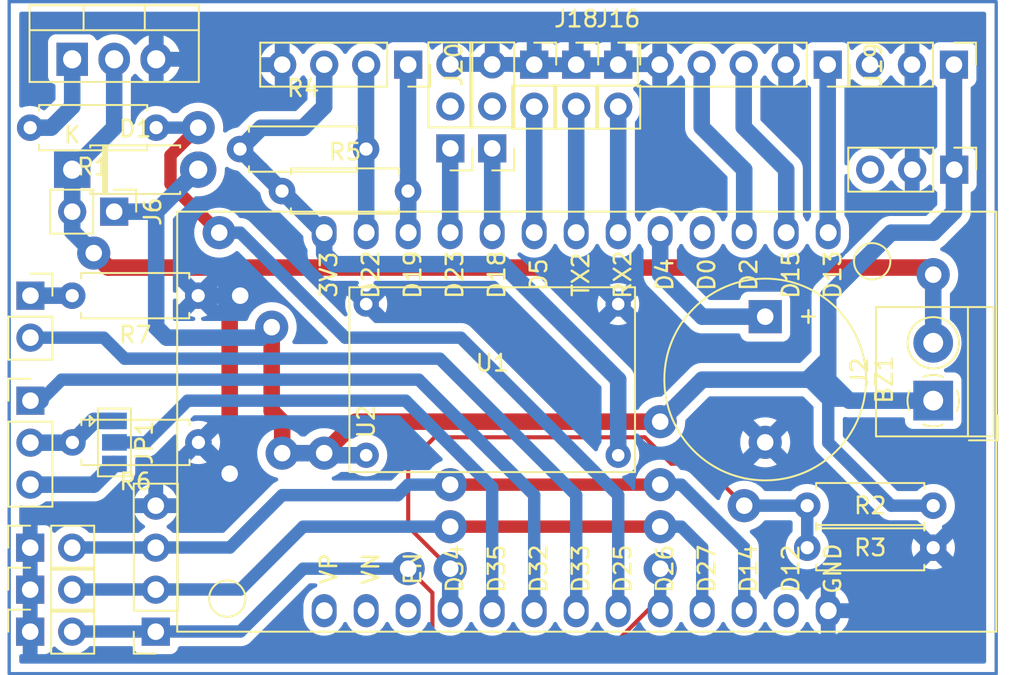
<source format=kicad_pcb>
(kicad_pcb (version 20211014) (generator pcbnew)
  (title_block (title "G4 Controller Board") (rev "1.0"))
  (layers (0 "F.Cu" signal) (31 "B.Cu" signal) (34 "B.Paste" user) (35 "F.Paste" user) (36 "B.SilkS" user "B.Silkscreen") (37 "F.SilkS" user "F.Silkscreen") (38 "B.Mask" user) (39 "F.Mask" user) (44 "Edge.Cuts" user))
  (net 0 "")
  (net 1 "/Buzzer")
  (net 2 "GND")
  (net 3 "Net-(D1-Pad1)")
  (net 4 "/Preset A")
  (net 5 "/Preset B")
  (net 6 "/Preset C")
  (net 7 "/RevTrg")
  (net 8 "/FireTrg")
  (net 9 "/MagTrg")
  (net 10 "/Encoder Switch")
  (net 11 "/Encoder B")
  (net 12 "/Encoder A")
  (net 13 "/SDA{slash}SDI (Data)")
  (net 14 "/SCL{slash}SCK (Clock)")
  (net 15 "+3V3")
  (net 16 "/ESC Right")
  (net 17 "/ESC Left")
  (net 18 "/IR Emitter")
  (net 19 "Net-(Q1-Pad1)")
  (net 20 "/PUSHER PIN")
  (net 21 "+12V")
  (net 25 "/IR Reciever")
  (net 28 "/IR Rec. Supply")
  (net 30 "/Battery Reader")
  (net 33 "Net-(J25-Pad2)")
  (net 34 "Net-(J25-Pad3)")
  (net 35 "Net-(J26-Pad1)")
  (footprint "Jumper:SolderJumper-3_P1.3mm_Open_Pad1.0x1.5mm" (layer "F.Cu") (at 109.235 88.885 -90)
    (fp_text reference "JP1" (at 0 -1.8 90) (layer "F.SilkS"))
    (fp_text value "Jumper_3_Bridged12")
    (fp_line (start -1.3 1.2) (end -1.6 1.5) (layer "F.SilkS") (width 0.12))
    (fp_line (start -1.3 1.2) (end -1 1.5) (layer "F.SilkS") (width 0.12))
    (fp_line (start -2.05 1) (end -2.05 -1) (layer "F.SilkS") (width 0.12))
    (fp_line (start -1.6 1.5) (end -1 1.5) (layer "F.SilkS") (width 0.12))
    (fp_line (start -2.05 -1) (end 2.05 -1) (layer "F.SilkS") (width 0.12))
    (fp_line (start 2.05 -1) (end 2.05 1) (layer "F.SilkS") (width 0.12))
    (fp_line (start 2.05 1) (end -2.05 1) (layer "F.SilkS") (width 0.12))
    (pad "1" smd rect (at -1.3 0 270) (size 1 1.5) (layers "B.Cu" "F.Mask") (net 33 "Net-(J25-Pad2)"))
    (pad "2" smd rect (at 0 0 270) (size 1 1.5) (layers "B.Cu" "F.Mask") (net 25 "/IR Reciever"))
    (pad "3" smd rect (at 1.3 0 270) (size 1 1.5) (layers "B.Cu" "F.Mask") (net 34 "Net-(J25-Pad3)"))
  )
  (footprint "Connector_PinHeader_2.54mm:PinHeader_1x03_P2.54mm_Vertical" (layer "F.Cu") (at 129.55 71.105 180)
    (fp_text reference "J21" hide)
    (fp_text value "ESC Right" hide)
    (fp_line (start -1.33 -1.33) (end 0 -1.33) (layer "F.SilkS") (width 0.12))
    (fp_line (start -1.33 0) (end -1.33 -1.33) (layer "F.SilkS") (width 0.12))
    (fp_line (start -1.33 1.27) (end 1.33 1.27) (layer "F.SilkS") (width 0.12))
    (fp_line (start -1.33 1.27) (end -1.33 6.41) (layer "F.SilkS") (width 0.12))
    (fp_line (start 1.33 1.27) (end 1.33 6.41) (layer "F.SilkS") (width 0.12))
    (fp_line (start -1.33 6.41) (end 1.33 6.41) (layer "F.SilkS") (width 0.12))
    (pad "1" thru_hole rect (at 0 0 180) (size 1.7 1.7) (drill 1) (layers *.Cu *.Mask) (net 16 "/ESC Right"))
    (pad "2" thru_hole oval (at 0 2.54 180) (size 1.7 1.7) (drill 1) (layers *.Cu *.Mask))
    (pad "3" thru_hole oval (at 0 5.08 180) (size 1.7 1.7) (drill 1) (layers *.Cu *.Mask) (net 2 "GND"))
  )
  (footprint "Connector_PinSocket_2.54mm:PinSocket_1x05_P2.54mm_Vertical" (layer "F.Cu") (at 152.37 66.04 -90)
    (fp_text reference "J19" (at 0 -2.77 90) (layer "F.SilkS"))
    (fp_text value "Rotary Encoder")
    (fp_line (start 1.33 1.27) (end 1.33 11.49) (layer "F.SilkS") (width 0.12))
    (fp_line (start -1.33 1.27) (end 1.33 1.27) (layer "F.SilkS") (width 0.12))
    (fp_line (start 1.33 -1.33) (end 1.33 0) (layer "F.SilkS") (width 0.12))
    (fp_line (start -1.33 1.27) (end -1.33 11.49) (layer "F.SilkS") (width 0.12))
    (fp_line (start -1.33 11.49) (end 1.33 11.49) (layer "F.SilkS") (width 0.12))
    (fp_line (start 0 -1.33) (end 1.33 -1.33) (layer "F.SilkS") (width 0.12))
    (pad "1" thru_hole rect (at 0 0 270) (size 1.7 1.7) (drill 1) (layers *.Cu *.Mask) (net 10 "/Encoder Switch"))
    (pad "2" thru_hole oval (at 0 2.54 270) (size 1.7 1.7) (drill 1) (layers *.Cu *.Mask) (net 2 "GND"))
    (pad "3" thru_hole oval (at 0 5.08 270) (size 1.7 1.7) (drill 1) (layers *.Cu *.Mask) (net 11 "/Encoder B"))
    (pad "4" thru_hole oval (at 0 7.62 270) (size 1.7 1.7) (drill 1) (layers *.Cu *.Mask) (net 12 "/Encoder A"))
    (pad "5" thru_hole oval (at 0 10.16 270) (size 1.7 1.7) (drill 1) (layers *.Cu *.Mask) (net 2 "GND"))
  )
  (footprint "Connector_PinSocket_2.54mm:PinSocket_1x02_P2.54mm_Vertical" (layer "F.Cu") (at 137.16 66.04)
    (fp_text reference "J18" (at 0 -2.77) (layer "F.SilkS"))
    (fp_text value "Magazine Removal Trigger")
    (fp_line (start -1.33 1.27) (end -1.33 3.87) (layer "F.SilkS") (width 0.12))
    (fp_line (start 1.33 1.27) (end 1.33 3.87) (layer "F.SilkS") (width 0.12))
    (fp_line (start 0 -1.33) (end 1.33 -1.33) (layer "F.SilkS") (width 0.12))
    (fp_line (start 1.33 -1.33) (end 1.33 0) (layer "F.SilkS") (width 0.12))
    (fp_line (start -1.33 1.27) (end 1.33 1.27) (layer "F.SilkS") (width 0.12))
    (fp_line (start -1.33 3.87) (end 1.33 3.87) (layer "F.SilkS") (width 0.12))
    (pad "1" thru_hole rect (at 0 0) (size 1.7 1.7) (drill 1) (layers *.Cu *.Mask) (net 2 "GND"))
    (pad "2" thru_hole oval (at 0 2.54) (size 1.7 1.7) (drill 1) (layers *.Cu *.Mask) (net 9 "/MagTrg"))
  )
  (footprint "Resistor_THT:R_Axial_DIN0207_L6.3mm_D2.5mm_P7.62mm_Horizontal" (layer "F.Cu") (at 119.37 73.685)
    (fp_text reference "R5" (at 3.81 -2.37) (layer "F.SilkS"))
    (fp_text value "2.4k Ohm")
    (fp_line (start 0.54 1.37) (end 7.08 1.37) (layer "F.SilkS") (width 0.12))
    (fp_line (start 0.54 1.04) (end 0.54 1.37) (layer "F.SilkS") (width 0.12))
    (fp_line (start 0.54 -1.04) (end 0.54 -1.37) (layer "F.SilkS") (width 0.12))
    (fp_line (start 0.54 -1.37) (end 7.08 -1.37) (layer "F.SilkS") (width 0.12))
    (fp_line (start 7.08 1.37) (end 7.08 1.04) (layer "F.SilkS") (width 0.12))
    (fp_line (start 7.08 -1.37) (end 7.08 -1.04) (layer "F.SilkS") (width 0.12))
    (pad "1" thru_hole circle (at 0 0) (size 1.6 1.6) (drill 0.8) (layers *.Cu *.Mask) (net 15 "+3V3"))
    (pad "2" thru_hole oval (at 7.62 0) (size 1.6 1.6) (drill 0.8) (layers *.Cu *.Mask) (net 13 "/SDA{slash}SDI (Data)"))
  )
  (footprint "Connector_PinHeader_2.54mm:PinHeader_1x03_P2.54mm_Vertical" (layer "F.Cu") (at 160.005 66.04 -90)
    (fp_text reference "J10" hide)
    (fp_text value "12 Volts In" hide)
    (fp_line (start -1.33 6.41) (end 1.33 6.41) (layer "F.SilkS") (width 0.12))
    (fp_line (start -1.33 1.27) (end 1.33 1.27) (layer "F.SilkS") (width 0.12))
    (fp_line (start 1.33 1.27) (end 1.33 6.41) (layer "F.SilkS") (width 0.12))
    (fp_line (start -1.33 -1.33) (end 0 -1.33) (layer "F.SilkS") (width 0.12))
    (fp_line (start -1.33 1.27) (end -1.33 6.41) (layer "F.SilkS") (width 0.12))
    (fp_line (start -1.33 0) (end -1.33 -1.33) (layer "F.SilkS") (width 0.12))
    (pad "1" thru_hole rect (at 0 0 270) (size 1.7 1.7) (drill 1) (layers *.Cu *.Mask) (net 21 "+12V"))
    (pad "2" thru_hole oval (at 0 2.54 270) (size 1.7 1.7) (drill 1) (layers *.Cu *.Mask) (net 2 "GND"))
    (pad "3" thru_hole oval (at 0 5.08 270) (size 1.7 1.7) (drill 1) (layers *.Cu *.Mask))
  )
  (footprint "Diode_THT:D_DO-41_SOD81_P7.62mm_Horizontal" (layer "F.Cu") (at 106.68 72.39)
    (fp_text reference "D1" (at 3.81 -2.47) (layer "F.SilkS"))
    (fp_text value "IN4001")
    (fp_text user "K" (at 0 -2.1) (layer "F.SilkS"))
    (fp_line (start 2.11 -1.47) (end 2.11 1.47) (layer "F.SilkS") (width 0.12))
    (fp_line (start 6.53 1.47) (end 6.53 1.34) (layer "F.SilkS") (width 0.12))
    (fp_line (start 1.87 -1.47) (end 1.87 1.47) (layer "F.SilkS") (width 0.12))
    (fp_line (start 1.09 -1.47) (end 6.53 -1.47) (layer "F.SilkS") (width 0.12))
    (fp_line (start 1.99 -1.47) (end 1.99 1.47) (layer "F.SilkS") (width 0.12))
    (fp_line (start 1.09 -1.34) (end 1.09 -1.47) (layer "F.SilkS") (width 0.12))
    (fp_line (start 6.53 -1.47) (end 6.53 -1.34) (layer "F.SilkS") (width 0.12))
    (fp_line (start 1.09 1.34) (end 1.09 1.47) (layer "F.SilkS") (width 0.12))
    (fp_line (start 1.09 1.47) (end 6.53 1.47) (layer "F.SilkS") (width 0.12))
    (pad "1" thru_hole rect (at 0 0) (size 2.2 2.2) (drill 1.1) (layers *.Cu *.Mask) (net 3 "Net-(D1-Pad1)"))
    (pad "2" thru_hole oval (at 7.62 0) (size 2.2 2.2) (drill 1.1) (layers *.Cu *.Mask) (net 21 "+12V"))
  )
  (footprint "Resistor_THT:R_Axial_DIN0207_L6.3mm_D2.5mm_P7.62mm_Horizontal" (layer "F.Cu") (at 151.13 92.71)
    (fp_text reference "R2" (at 3.81 0) (layer "F.SilkS"))
    (fp_text value "150k Ohm")
    (fp_line (start 7.08 -1.37) (end 7.08 -1.04) (layer "F.SilkS") (width 0.12))
    (fp_line (start 7.08 1.37) (end 7.08 1.04) (layer "F.SilkS") (width 0.12))
    (fp_line (start 0.54 -1.04) (end 0.54 -1.37) (layer "F.SilkS") (width 0.12))
    (fp_line (start 0.54 -1.37) (end 7.08 -1.37) (layer "F.SilkS") (width 0.12))
    (fp_line (start 0.54 1.37) (end 7.08 1.37) (layer "F.SilkS") (width 0.12))
    (fp_line (start 0.54 1.04) (end 0.54 1.37) (layer "F.SilkS") (width 0.12))
    (pad "1" thru_hole circle (at 0 0) (size 1.6 1.6) (drill 0.8) (layers *.Cu *.Mask) (net 30 "/Battery Reader"))
    (pad "2" thru_hole oval (at 7.62 0) (size 1.6 1.6) (drill 0.8) (layers *.Cu *.Mask) (net 21 "+12V"))
  )
  (footprint "Connector_PinSocket_2.54mm:PinSocket_1x02_P2.54mm_Vertical" (layer "F.Cu") (at 104.155 80.01)
    (fp_text reference "J26" hide)
    (fp_text value "IR LED Emitter" hide)
    (fp_line (start 0 -1.33) (end 1.33 -1.33) (layer "F.SilkS") (width 0.12))
    (fp_line (start -1.33 1.27) (end -1.33 3.87) (layer "F.SilkS") (width 0.12))
    (fp_line (start -1.33 1.27) (end 1.33 1.27) (layer "F.SilkS") (width 0.12))
    (fp_line (start 1.33 -1.33) (end 1.33 0) (layer "F.SilkS") (width 0.12))
    (fp_line (start -1.33 3.87) (end 1.33 3.87) (layer "F.SilkS") (width 0.12))
    (fp_line (start 1.33 1.27) (end 1.33 3.87) (layer "F.SilkS") (width 0.12))
    (pad "1" thru_hole rect (at 0 0) (size 1.7 1.7) (drill 1) (layers *.Cu *.Mask) (net 35 "Net-(J26-Pad1)"))
    (pad "2" thru_hole oval (at 0 2.54) (size 1.7 1.7) (drill 1) (layers *.Cu *.Mask) (net 18 "/IR Emitter"))
  )
  (footprint "Connector_PinSocket_2.54mm:PinSocket_1x02_P2.54mm_Vertical" (layer "F.Cu") (at 104.14 95.25 90)
    (fp_text reference "J11" hide)
    (fp_text value "Preset A" hide)
    (fp_line (start 1.33 -1.33) (end 1.33 0) (layer "F.SilkS") (width 0.12))
    (fp_line (start -1.33 1.27) (end 1.33 1.27) (layer "F.SilkS") (width 0.12))
    (fp_line (start 0 -1.33) (end 1.33 -1.33) (layer "F.SilkS") (width 0.12))
    (fp_line (start 1.33 1.27) (end 1.33 3.87) (layer "F.SilkS") (width 0.12))
    (fp_line (start -1.33 1.27) (end -1.33 3.87) (layer "F.SilkS") (width 0.12))
    (fp_line (start -1.33 3.87) (end 1.33 3.87) (layer "F.SilkS") (width 0.12))
    (pad "1" thru_hole rect (at 0 0 90) (size 1.7 1.7) (drill 1) (layers *.Cu *.Mask) (net 2 "GND"))
    (pad "2" thru_hole oval (at 0 2.54 90) (size 1.7 1.7) (drill 1) (layers *.Cu *.Mask) (net 4 "/Preset A"))
  )
  (footprint "Connector_PinSocket_2.54mm:PinSocket_1x02_P2.54mm_Vertical" (layer "F.Cu") (at 134.62 66.04)
    (fp_text reference "J17" hide)
    (fp_text value "Fire Trigger" hide)
    (fp_line (start 1.33 1.27) (end 1.33 3.87) (layer "F.SilkS") (width 0.12))
    (fp_line (start 1.33 -1.33) (end 1.33 0) (layer "F.SilkS") (width 0.12))
    (fp_line (start -1.33 3.87) (end 1.33 3.87) (layer "F.SilkS") (width 0.12))
    (fp_line (start -1.33 1.27) (end -1.33 3.87) (layer "F.SilkS") (width 0.12))
    (fp_line (start 0 -1.33) (end 1.33 -1.33) (layer "F.SilkS") (width 0.12))
    (fp_line (start -1.33 1.27) (end 1.33 1.27) (layer "F.SilkS") (width 0.12))
    (pad "1" thru_hole rect (at 0 0) (size 1.7 1.7) (drill 1) (layers *.Cu *.Mask) (net 2 "GND"))
    (pad "2" thru_hole oval (at 0 2.54) (size 1.7 1.7) (drill 1) (layers *.Cu *.Mask) (net 8 "/FireTrg"))
  )
  (footprint "Resistor_THT:R_Axial_DIN0207_L6.3mm_D2.5mm_P7.62mm_Horizontal" (layer "F.Cu") (at 114.315 88.885 180)
    (fp_text reference "R6" (at 3.81 -2.37) (layer "F.SilkS"))
    (fp_text value "10K Ohm")
    (fp_line (start 7.08 -1.37) (end 7.08 -1.04) (layer "F.SilkS") (width 0.12))
    (fp_line (start 0.54 1.37) (end 7.08 1.37) (layer "F.SilkS") (width 0.12))
    (fp_line (start 7.08 1.37) (end 7.08 1.04) (layer "F.SilkS") (width 0.12))
    (fp_line (start 0.54 1.04) (end 0.54 1.37) (layer "F.SilkS") (width 0.12))
    (fp_line (start 0.54 -1.04) (end 0.54 -1.37) (layer "F.SilkS") (width 0.12))
    (fp_line (start 0.54 -1.37) (end 7.08 -1.37) (layer "F.SilkS") (width 0.12))
    (pad "1" thru_hole circle (at 0 0 180) (size 1.6 1.6) (drill 0.8) (layers *.Cu *.Mask) (net 2 "GND"))
    (pad "2" thru_hole oval (at 7.62 0 180) (size 1.6 1.6) (drill 0.8) (layers *.Cu *.Mask) (net 33 "Net-(J25-Pad2)"))
  )
  (footprint "Package_TO_SOT_THT:TO-220-3_Vertical" (layer "F.Cu") (at 106.68 65.715)
    (fp_text reference "Q1" hide)
    (fp_text value "IRF540N" hide)
    (fp_line (start 4.391 -3.27) (end 4.391 -1.76) (layer "F.SilkS") (width 0.12))
    (fp_line (start -2.58 -1.76) (end 7.66 -1.76) (layer "F.SilkS") (width 0.12))
    (fp_line (start 0.69 -3.27) (end 0.69 -1.76) (layer "F.SilkS") (width 0.12))
    (fp_line (start -2.58 -3.27) (end 7.66 -3.27) (layer "F.SilkS") (width 0.12))
    (fp_line (start -2.58 -3.27) (end -2.58 1.371) (layer "F.SilkS") (width 0.12))
    (fp_line (start 7.66 -3.27) (end 7.66 1.371) (layer "F.SilkS") (width 0.12))
    (fp_line (start -2.58 1.371) (end 7.66 1.371) (layer "F.SilkS") (width 0.12))
    (pad "1" thru_hole rect (at 0 0) (size 1.905 2) (drill 1.1) (layers *.Cu *.Mask) (net 19 "Net-(Q1-Pad1)"))
    (pad "2" thru_hole oval (at 2.54 0) (size 1.905 2) (drill 1.1) (layers *.Cu *.Mask) (net 3 "Net-(D1-Pad1)"))
    (pad "3" thru_hole oval (at 5.08 0) (size 1.905 2) (drill 1.1) (layers *.Cu *.Mask) (net 2 "GND"))
  )
  (footprint "Connector_PinSocket_2.54mm:PinSocket_1x02_P2.54mm_Vertical" (layer "F.Cu") (at 139.7 66.04)
    (fp_text reference "J16" (at 0 -2.77) (layer "F.SilkS"))
    (fp_text value "Rev Trigger (Optional)")
    (fp_line (start -1.33 1.27) (end 1.33 1.27) (layer "F.SilkS") (width 0.12))
    (fp_line (start -1.33 3.87) (end 1.33 3.87) (layer "F.SilkS") (width 0.12))
    (fp_line (start -1.33 1.27) (end -1.33 3.87) (layer "F.SilkS") (width 0.12))
    (fp_line (start 1.33 -1.33) (end 1.33 0) (layer "F.SilkS") (width 0.12))
    (fp_line (start 0 -1.33) (end 1.33 -1.33) (layer "F.SilkS") (width 0.12))
    (fp_line (start 1.33 1.27) (end 1.33 3.87) (layer "F.SilkS") (width 0.12))
    (pad "1" thru_hole rect (at 0 0) (size 1.7 1.7) (drill 1) (layers *.Cu *.Mask) (net 2 "GND"))
    (pad "2" thru_hole oval (at 0 2.54) (size 1.7 1.7) (drill 1) (layers *.Cu *.Mask) (net 7 "/RevTrg"))
  )
  (footprint "My_Library:Mini360" (layer "F.Cu") (at 132.08 85.09)
    (fp_text reference "U1" (at 0 -1.008 unlocked) (layer "F.SilkS"))
    (fp_text value "Mini360")
    (fp_rect (start 8.636 -5.588) (end -8.636 5.588) (layer "F.SilkS") (width 0.12) (fill none))
    (pad "1" thru_hole circle (at -7.62 -4.572) (size 1.524 1.524) (drill 0.762) (layers *.Cu *.Mask) (net 2 "GND"))
    (pad "2" thru_hole circle (at -7.62 4.572) (size 1.524 1.524) (drill 0.762) (layers *.Cu *.Mask) (net 21 "+12V"))
    (pad "3" thru_hole circle (at 7.62 -4.572) (size 1.524 1.524) (drill 0.762) (layers *.Cu *.Mask) (net 2 "GND"))
    (pad "4" thru_hole circle (at 7.62 4.572) (size 1.524 1.524) (drill 0.762) (layers *.Cu *.Mask) (net 15 "+3V3"))
  )
  (footprint "Resistor_THT:R_Axial_DIN0207_L6.3mm_D2.5mm_P7.62mm_Horizontal" (layer "F.Cu") (at 116.83 71.145)
    (fp_text reference "R4" (at 3.82 -3.665) (layer "F.SilkS"))
    (fp_text value "2.4k Ohm")
    (fp_line (start 0.54 -1.04) (end 0.54 -1.37) (layer "F.SilkS") (width 0.12))
    (fp_line (start 7.08 -1.37) (end 7.08 -1.04) (layer "F.SilkS") (width 0.12))
    (fp_line (start 0.54 1.04) (end 0.54 1.37) (layer "F.SilkS") (width 0.12))
    (fp_line (start 0.54 -1.37) (end 7.08 -1.37) (layer "F.SilkS") (width 0.12))
    (fp_line (start 7.08 1.37) (end 7.08 1.04) (layer "F.SilkS") (width 0.12))
    (fp_line (start 0.54 1.37) (end 7.08 1.37) (layer "F.SilkS") (width 0.12))
    (pad "1" thru_hole circle (at 0 0) (size 1.6 1.6) (drill 0.8) (layers *.Cu *.Mask) (net 15 "+3V3"))
    (pad "2" thru_hole oval (at 7.62 0) (size 1.6 1.6) (drill 0.8) (layers *.Cu *.Mask) (net 14 "/SCL{slash}SCK (Clock)"))
  )
  (footprint "Resistor_THT:R_Axial_DIN0207_L6.3mm_D2.5mm_P7.62mm_Horizontal" (layer "F.Cu") (at 158.75 95.25 180)
    (fp_text reference "R3" (at 3.81 0) (layer "F.SilkS"))
    (fp_text value "10k Ohm")
    (fp_line (start 7.08 -1.37) (end 7.08 -1.04) (layer "F.SilkS") (width 0.12))
    (fp_line (start 0.54 1.04) (end 0.54 1.37) (layer "F.SilkS") (width 0.12))
    (fp_line (start 7.08 1.37) (end 7.08 1.04) (layer "F.SilkS") (width 0.12))
    (fp_line (start 0.54 1.37) (end 7.08 1.37) (layer "F.SilkS") (width 0.12))
    (fp_line (start 0.54 -1.04) (end 0.54 -1.37) (layer "F.SilkS") (width 0.12))
    (fp_line (start 0.54 -1.37) (end 7.08 -1.37) (layer "F.SilkS") (width 0.12))
    (pad "1" thru_hole circle (at 0 0 180) (size 1.6 1.6) (drill 0.8) (layers *.Cu *.Mask) (net 2 "GND"))
    (pad "2" thru_hole oval (at 7.62 0 180) (size 1.6 1.6) (drill 0.8) (layers *.Cu *.Mask) (net 30 "/Battery Reader"))
  )
  (footprint "Connector_PinHeader_2.54mm:PinHeader_1x02_P2.54mm_Vertical" (layer "F.Cu") (at 109.22 74.93 -90)
    (fp_text reference "J6" (at 0 -2.33 90) (layer "F.SilkS"))
    (fp_text value "Solenoid")
    (fp_line (start -1.33 3.87) (end 1.33 3.87) (layer "F.SilkS") (width 0.12))
    (fp_line (start -1.33 1.27) (end 1.33 1.27) (layer "F.SilkS") (width 0.12))
    (fp_line (start -1.33 -1.33) (end 0 -1.33) (layer "F.SilkS") (width 0.12))
    (fp_line (start -1.33 0) (end -1.33 -1.33) (layer "F.SilkS") (width 0.12))
    (fp_line (start 1.33 1.27) (end 1.33 3.87) (layer "F.SilkS") (width 0.12))
    (fp_line (start -1.33 1.27) (end -1.33 3.87) (layer "F.SilkS") (width 0.12))
    (pad "1" thru_hole rect (at 0 0 270) (size 1.7 1.7) (drill 1) (layers *.Cu *.Mask) (net 21 "+12V"))
    (pad "2" thru_hole oval (at 0 2.54 270) (size 1.7 1.7) (drill 1) (layers *.Cu *.Mask) (net 3 "Net-(D1-Pad1)"))
  )
  (footprint "Espressif:ESP32-LOLIN32-Lite" (layer "F.Cu") (at 137.16 87.63 90)
    (fp_text reference "U2" (at 0 -12.7 90 unlocked) (layer "F.SilkS"))
    (fp_text value "ESP32-LOLIN32-Lite")
    (fp_text user "3V3" (at 8.89 -14.965 90 unlocked) (layer "F.SilkS"))
    (fp_text user "D25" (at -8.89 2.815 90 unlocked) (layer "F.SilkS"))
    (fp_text user "D14" (at -8.89 10.435 90 unlocked) (layer "F.SilkS"))
    (fp_text user "RX2" (at 8.89 2.815 90 unlocked) (layer "F.SilkS"))
    (fp_text user "D13" (at 8.89 15.515 90 unlocked) (layer "F.SilkS"))
    (fp_text user "VP" (at -8.89 -14.965 90 unlocked) (layer "F.SilkS"))
    (fp_text user "D23" (at 8.89 -7.345 90 unlocked) (layer "F.SilkS"))
    (fp_text user "D12" (at -8.89 12.975 90 unlocked) (layer "F.SilkS"))
    (fp_text user "D19" (at 8.89 -9.885 90 unlocked) (layer "F.SilkS"))
    (fp_text user "D26" (at -8.89 5.355 90 unlocked) (layer "F.SilkS"))
    (fp_text user "GND" (at -8.89 15.515 90 unlocked) (layer "F.SilkS"))
    (fp_text user "D34" (at -8.89 -7.345 90 unlocked) (layer "F.SilkS"))
    (fp_text user "D22" (at 8.89 -12.425 90 unlocked) (layer "F.SilkS"))
    (fp_text user "D4" (at 8.89 5.355 90 unlocked) (layer "F.SilkS"))
    (fp_text user "TX2" (at 8.89 0.275 90 unlocked) (layer "F.SilkS"))
    (fp_text user "D15" (at 8.89 12.975 90 unlocked) (layer "F.SilkS"))
    (fp_text user "D27" (at -8.89 7.895 90 unlocked) (layer "F.SilkS"))
    (fp_text user "D2" (at 8.89 10.435 90 unlocked) (layer "F.SilkS"))
    (fp_text user "D5" (at 8.89 -2.265 90 unlocked) (layer "F.SilkS"))
    (fp_text user "D0" (at 8.89 7.895 90 unlocked) (layer "F.SilkS"))
    (fp_text user "EN" (at -8.89 -9.885 90 unlocked) (layer "F.SilkS"))
    (fp_text user "D33" (at -8.89 0.275 90 unlocked) (layer "F.SilkS"))
    (fp_text user "VN" (at -8.89 -12.425 90 unlocked) (layer "F.SilkS"))
    (fp_text user "D18" (at 8.89 -4.805 90 unlocked) (layer "F.SilkS"))
    (fp_text user "D32" (at -8.89 -2.265 90 unlocked) (layer "F.SilkS"))
    (fp_text user "D35" (at -8.89 -4.805 90 unlocked) (layer "F.SilkS"))
    (fp_rect (start -12.7 25.4) (end 12.7 -24.13) (layer "F.SilkS") (width 0.12) (fill none))
    (fp_circle (center -10.7 -21.1) (end -10.7 -22.2) (layer "F.SilkS") (width 0.12) (fill none))
    (fp_circle (center 9.7 17.9) (end 9.7 16.8) (layer "F.SilkS") (width 0.12) (fill none))
    (pad "5" thru_hole oval (at -11.43 -15.24 90) (size 2 1.5) (drill 1.02) (layers *.Cu *.Mask))
    (pad "8" thru_hole oval (at -11.43 -12.7 90) (size 2 1.5) (drill 1.02) (layers *.Cu *.Mask))
    (pad "9" thru_hole oval (at -11.43 -10.16 90) (size 2 1.5) (drill 1.02) (layers *.Cu *.Mask))
    (pad "10" thru_hole oval (at -11.43 -7.62 90) (size 2 1.5) (drill 1.02) (layers *.Cu *.Mask) (net 30 "/Battery Reader"))
    (pad "11" thru_hole oval (at -11.43 -5.08 90) (size 2 1.5) (drill 1.02) (layers *.Cu *.Mask) (net 25 "/IR Reciever"))
    (pad "12" thru_hole oval (at -11.43 -2.54 90) (size 2 1.5) (drill 1.02) (layers *.Cu *.Mask) (net 28 "/IR Rec. Supply"))
    (pad "13" thru_hole oval (at -11.43 0 90) (size 2 1.5) (drill 1.02) (layers *.Cu *.Mask) (net 18 "/IR Emitter"))
    (pad "14" thru_hole oval (at -11.43 2.54 90) (size 2 1.5) (drill 1.02) (layers *.Cu *.Mask) (net 20 "/PUSHER PIN"))
    (pad "15" thru_hole oval (at -11.43 5.08 90) (size 2 1.5) (drill 1.02) (layers *.Cu *.Mask) (net 6 "/Preset C"))
    (pad "16" thru_hole oval (at -11.43 7.62 90) (size 2 1.5) (drill 1.02) (layers *.Cu *.Mask) (net 5 "/Preset B"))
    (pad "17" thru_hole oval (at -11.43 10.16 90) (size 2 1.5) (drill 1.02) (layers *.Cu *.Mask) (net 4 "/Preset A"))
    (pad "18" thru_hole oval (at -11.43 12.7 90) (size 2 1.5) (drill 1.02) (layers *.Cu *.Mask))
    (pad "19" thru_hole oval (at -11.43 15.24 90) (size 2 1.5) (drill 1.02) (layers *.Cu *.Mask) (net 2 "GND"))
    (pad "20" thru_hole oval (at 11.43 15.24 90) (size 2 1.5) (drill 1.02) (layers *.Cu *.Mask) (net 10 "/Encoder Switch"))
    (pad "21" thru_hole oval (at 11.43 12.7 90) (size 2 1.5) (drill 1.02) (layers *.Cu *.Mask) (net 11 "/Encoder B"))
    (pad "22" thru_hole oval (at 11.43 10.16 90) (size 2 1.5) (drill 1.02) (layers *.Cu *.Mask) (net 12 "/Encoder A"))
    (pad "23" thru_hole oval (at 11.43 7.62 90) (size 2 1.5) (drill 1.02) (layers *.Cu *.Mask))
    (pad "24" thru_hole oval (at 11.43 5.08 90) (size 2 1.5) (drill 1.02) (layers *.Cu *.Mask) (net 1 "/Buzzer"))
    (pad "25" thru_hole oval (at 11.43 2.54 90) (size 2 1.5) (drill 1.02) (layers *.Cu *.Mask) (net 7 "/RevTrg"))
    (pad "27" thru_hole oval (at 11.43 0 90) (size 2 1.5) (drill 1.02) (layers *.Cu *.Mask) (net 9 "/MagTrg"))
    (pad "34" thru_hole oval (at 11.43 -2.54 90) (size 2 1.5) (drill 1.02) (layers *.Cu *.Mask) (net 8 "/FireTrg"))
    (pad "35" thru_hole oval (at 11.43 -5.08 90) (size 2 1.5) (drill 1.02) (layers *.Cu *.Mask) (net 17 "/ESC Left"))
    (pad "36" thru_hole oval (at 11.43 -7.62 90) (size 2 1.5) (drill 1.02) (layers *.Cu *.Mask) (net 16 "/ESC Right"))
    (pad "38" thru_hole oval (at 11.43 -10.16 90) (size 2 1.5) (drill 1.02) (layers *.Cu *.Mask) (net 13 "/SDA{slash}SDI (Data)"))
    (pad "39" thru_hole oval (at 11.43 -12.7 90) (size 2 1.5) (drill 1.02) (layers *.Cu *.Mask) (net 14 "/SCL{slash}SCK (Clock)"))
    (pad "40" thru_hole oval (at 11.43 -15.24 90) (size 2 1.5) (drill 1.02) (layers *.Cu *.Mask) (net 15 "+3V3"))
  )
  (footprint "Resistor_THT:R_Axial_DIN0207_L6.3mm_D2.5mm_P7.62mm_Horizontal" (layer "F.Cu") (at 111.76 69.85 180)
    (fp_text reference "R1" (at 3.81 -2.37) (layer "F.SilkS"))
    (fp_text value "220")
    (fp_line (start 7.08 1.37) (end 7.08 1.04) (layer "F.SilkS") (width 0.12))
    (fp_line (start 0.54 -1.04) (end 0.54 -1.37) (layer "F.SilkS") (width 0.12))
    (fp_line (start 7.08 -1.37) (end 7.08 -1.04) (layer "F.SilkS") (width 0.12))
    (fp_line (start 0.54 1.37) (end 7.08 1.37) (layer "F.SilkS") (width 0.12))
    (fp_line (start 0.54 -1.37) (end 7.08 -1.37) (layer "F.SilkS") (width 0.12))
    (fp_line (start 0.54 1.04) (end 0.54 1.37) (layer "F.SilkS") (width 0.12))
    (pad "1" thru_hole circle (at 0 0 180) (size 1.6 1.6) (drill 0.8) (layers *.Cu *.Mask) (net 20 "/PUSHER PIN"))
    (pad "2" thru_hole oval (at 7.62 0 180) (size 1.6 1.6) (drill 0.8) (layers *.Cu *.Mask) (net 19 "Net-(Q1-Pad1)"))
  )
  (footprint "Connector_PinSocket_2.54mm:PinSocket_1x02_P2.54mm_Vertical" (layer "F.Cu") (at 104.14 97.79 90)
    (fp_text reference "J13" hide)
    (fp_text value "Preset B" hide)
    (fp_line (start 1.33 -1.33) (end 1.33 0) (layer "F.SilkS") (width 0.12))
    (fp_line (start 0 -1.33) (end 1.33 -1.33) (layer "F.SilkS") (width 0.12))
    (fp_line (start -1.33 1.27) (end 1.33 1.27) (layer "F.SilkS") (width 0.12))
    (fp_line (start 1.33 1.27) (end 1.33 3.87) (layer "F.SilkS") (width 0.12))
    (fp_line (start -1.33 3.87) (end 1.33 3.87) (layer "F.SilkS") (width 0.12))
    (fp_line (start -1.33 1.27) (end -1.33 3.87) (layer "F.SilkS") (width 0.12))
    (pad "1" thru_hole rect (at 0 0 90) (size 1.7 1.7) (drill 1) (layers *.Cu *.Mask) (net 2 "GND"))
    (pad "2" thru_hole oval (at 0 2.54 90) (size 1.7 1.7) (drill 1) (layers *.Cu *.Mask) (net 5 "/Preset B"))
  )
  (footprint "Connector_PinHeader_2.54mm:PinHeader_1x03_P2.54mm_Vertical" (layer "F.Cu") (at 132.08 71.105 180)
    (fp_text reference "J22" hide)
    (fp_text value "ESC Left" hide)
    (fp_line (start -1.33 1.27) (end 1.33 1.27) (layer "F.SilkS") (width 0.12))
    (fp_line (start -1.33 0) (end -1.33 -1.33) (layer "F.SilkS") (width 0.12))
    (fp_line (start -1.33 1.27) (end -1.33 6.41) (layer "F.SilkS") (width 0.12))
    (fp_line (start -1.33 6.41) (end 1.33 6.41) (layer "F.SilkS") (width 0.12))
    (fp_line (start 1.33 1.27) (end 1.33 6.41) (layer "F.SilkS") (width 0.12))
    (fp_line (start -1.33 -1.33) (end 0 -1.33) (layer "F.SilkS") (width 0.12))
    (pad "1" thru_hole rect (at 0 0 180) (size 1.7 1.7) (drill 1) (layers *.Cu *.Mask) (net 17 "/ESC Left"))
    (pad "2" thru_hole oval (at 0 2.54 180) (size 1.7 1.7) (drill 1) (layers *.Cu *.Mask))
    (pad "3" thru_hole oval (at 0 5.08 180) (size 1.7 1.7) (drill 1) (layers *.Cu *.Mask) (net 2 "GND"))
  )
  (footprint "Connector_PinHeader_2.54mm:PinHeader_1x03_P2.54mm_Vertical" (layer "F.Cu") (at 104.155 86.36)
    (fp_text reference "J25" hide)
    (fp_text value "IR LED Rec." hide)
    (fp_line (start -1.33 1.27) (end -1.33 6.41) (layer "F.SilkS") (width 0.12))
    (fp_line (start -1.33 0) (end -1.33 -1.33) (layer "F.SilkS") (width 0.12))
    (fp_line (start 1.33 1.27) (end 1.33 6.41) (layer "F.SilkS") (width 0.12))
    (fp_line (start -1.33 1.27) (end 1.33 1.27) (layer "F.SilkS") (width 0.12))
    (fp_line (start -1.33 6.41) (end 1.33 6.41) (layer "F.SilkS") (width 0.12))
    (fp_line (start -1.33 -1.33) (end 0 -1.33) (layer "F.SilkS") (width 0.12))
    (pad "1" thru_hole rect (at 0 0) (size 1.7 1.7) (drill 1) (layers *.Cu *.Mask) (net 28 "/IR Rec. Supply"))
    (pad "2" thru_hole oval (at 0 2.54) (size 1.7 1.7) (drill 1) (layers *.Cu *.Mask) (net 33 "Net-(J25-Pad2)"))
    (pad "3" thru_hole oval (at 0 5.08) (size 1.7 1.7) (drill 1) (layers *.Cu *.Mask) (net 34 "Net-(J25-Pad3)"))
  )
  (footprint "Connector_PinSocket_2.54mm:PinSocket_1x02_P2.54mm_Vertical" (layer "F.Cu") (at 104.14 100.33 90)
    (fp_text reference "J14" hide)
    (fp_text value "Preset C" hide)
    (fp_line (start -1.33 1.27) (end 1.33 1.27) (layer "F.SilkS") (width 0.12))
    (fp_line (start -1.33 3.87) (end 1.33 3.87) (layer "F.SilkS") (width 0.12))
    (fp_line (start 1.33 1.27) (end 1.33 3.87) (layer "F.SilkS") (width 0.12))
    (fp_line (start -1.33 1.27) (end -1.33 3.87) (layer "F.SilkS") (width 0.12))
    (fp_line (start 0 -1.33) (end 1.33 -1.33) (layer "F.SilkS") (width 0.12))
    (fp_line (start 1.33 -1.33) (end 1.33 0) (layer "F.SilkS") (width 0.12))
    (pad "1" thru_hole rect (at 0 0 90) (size 1.7 1.7) (drill 1) (layers *.Cu *.Mask) (net 2 "GND"))
    (pad "2" thru_hole oval (at 0 2.54 90) (size 1.7 1.7) (drill 1) (layers *.Cu *.Mask) (net 6 "/Preset C"))
  )
  (footprint "Connector_PinSocket_2.54mm:PinSocket_1x04_P2.54mm_Vertical" (layer "F.Cu") (at 127 66.04 -90)
    (fp_text reference "J20" (at 0 -2.77 90) (layer "F.SilkS"))
    (fp_text value "I2C Out")
    (fp_line (start 1.33 -1.33) (end 1.33 0) (layer "F.SilkS") (width 0.12))
    (fp_line (start 1.33 1.27) (end 1.33 8.95) (layer "F.SilkS") (width 0.12))
    (fp_line (start -1.33 8.95) (end 1.33 8.95) (layer "F.SilkS") (width 0.12))
    (fp_line (start 0 -1.33) (end 1.33 -1.33) (layer "F.SilkS") (width 0.12))
    (fp_line (start -1.33 1.27) (end -1.33 8.95) (layer "F.SilkS") (width 0.12))
    (fp_line (start -1.33 1.27) (end 1.33 1.27) (layer "F.SilkS") (width 0.12))
    (pad "1" thru_hole rect (at 0 0 270) (size 1.7 1.7) (drill 1) (layers *.Cu *.Mask) (net 13 "/SDA{slash}SDI (Data)"))
    (pad "2" thru_hole oval (at 0 2.54 270) (size 1.7 1.7) (drill 1) (layers *.Cu *.Mask) (net 14 "/SCL{slash}SCK (Clock)"))
    (pad "3" thru_hole oval (at 0 5.08 270) (size 1.7 1.7) (drill 1) (layers *.Cu *.Mask) (net 15 "+3V3"))
    (pad "4" thru_hole oval (at 0 7.62 270) (size 1.7 1.7) (drill 1) (layers *.Cu *.Mask) (net 2 "GND"))
  )
  (footprint "Connector_PinSocket_2.54mm:PinSocket_1x04_P2.54mm_Vertical" (layer "F.Cu") (at 111.735 100.33 180)
    (fp_text reference "J15" hide)
    (fp_text value "Combined Preset Connector" hide)
    (fp_line (start -1.33 8.95) (end 1.33 8.95) (layer "F.SilkS") (width 0.12))
    (fp_line (start 1.33 -1.33) (end 1.33 0) (layer "F.SilkS") (width 0.12))
    (fp_line (start 0 -1.33) (end 1.33 -1.33) (layer "F.SilkS") (width 0.12))
    (fp_line (start -1.33 1.27) (end -1.33 8.95) (layer "F.SilkS") (width 0.12))
    (fp_line (start -1.33 1.27) (end 1.33 1.27) (layer "F.SilkS") (width 0.12))
    (fp_line (start 1.33 1.27) (end 1.33 8.95) (layer "F.SilkS") (width 0.12))
    (pad "1" thru_hole rect (at 0 0 180) (size 1.7 1.7) (drill 1) (layers *.Cu *.Mask) (net 6 "/Preset C"))
    (pad "2" thru_hole oval (at 0 2.54 180) (size 1.7 1.7) (drill 1) (layers *.Cu *.Mask) (net 5 "/Preset B"))
    (pad "3" thru_hole oval (at 0 5.08 180) (size 1.7 1.7) (drill 1) (layers *.Cu *.Mask) (net 4 "/Preset A"))
    (pad "4" thru_hole oval (at 0 7.62 180) (size 1.7 1.7) (drill 1) (layers *.Cu *.Mask) (net 2 "GND"))
  )
  (footprint "Resistor_THT:R_Axial_DIN0207_L6.3mm_D2.5mm_P7.62mm_Horizontal" (layer "F.Cu") (at 114.3 80.01 180)
    (fp_text reference "R7" (at 3.81 -2.37) (layer "F.SilkS"))
    (fp_text value "90 Ohm")
    (fp_line (start 0.54 -1.37) (end 7.08 -1.37) (layer "F.SilkS") (width 0.12))
    (fp_line (start 7.08 -1.37) (end 7.08 -1.04) (layer "F.SilkS") (width 0.12))
    (fp_line (start 0.54 1.04) (end 0.54 1.37) (layer "F.SilkS") (width 0.12))
    (fp_line (start 0.54 1.37) (end 7.08 1.37) (layer "F.SilkS") (width 0.12))
    (fp_line (start 7.08 1.37) (end 7.08 1.04) (layer "F.SilkS") (width 0.12))
    (fp_line (start 0.54 -1.04) (end 0.54 -1.37) (layer "F.SilkS") (width 0.12))
    (pad "1" thru_hole circle (at 0 0 180) (size 1.6 1.6) (drill 0.8) (layers *.Cu *.Mask) (net 2 "GND"))
    (pad "2" thru_hole oval (at 7.62 0 180) (size 1.6 1.6) (drill 0.8) (layers *.Cu *.Mask) (net 35 "Net-(J26-Pad1)"))
  )
  (footprint "Connector_PinHeader_2.54mm:PinHeader_1x03_P2.54mm_Vertical" (layer "F.Cu") (at 160.02 72.39 -90)
    (fp_text reference "J12" hide)
    (fp_text value "Voltmeter" hide)
    (fp_line (start -1.33 6.41) (end 1.33 6.41) (layer "F.SilkS") (width 0.12))
    (fp_line (start -1.33 0) (end -1.33 -1.33) (layer "F.SilkS") (width 0.12))
    (fp_line (start 1.33 1.27) (end 1.33 6.41) (layer "F.SilkS") (width 0.12))
    (fp_line (start -1.33 -1.33) (end 0 -1.33) (layer "F.SilkS") (width 0.12))
    (fp_line (start -1.33 1.27) (end 1.33 1.27) (layer "F.SilkS") (width 0.12))
    (fp_line (start -1.33 1.27) (end -1.33 6.41) (layer "F.SilkS") (width 0.12))
    (pad "1" thru_hole rect (at 0 0 270) (size 1.7 1.7) (drill 1) (layers *.Cu *.Mask) (net 21 "+12V"))
    (pad "2" thru_hole oval (at 0 2.54 270) (size 1.7 1.7) (drill 1) (layers *.Cu *.Mask) (net 2 "GND"))
    (pad "3" thru_hole oval (at 0 5.08 270) (size 1.7 1.7) (drill 1) (layers *.Cu *.Mask))
  )
  (footprint "TerminalBlock_4Ucon:TerminalBlock_4Ucon_1x02_P3.50mm_Horizontal" (layer "F.Cu") (at 158.75 86.36 90)
    (fp_text reference "J2" (at 1.75 -4.46 90) (layer "F.SilkS"))
    (fp_text value "Screw_Terminal_01x02")
    (fp_line (start -2.16 -3.46) (end 5.66 -3.46) (layer "F.SilkS") (width 0.12))
    (fp_line (start 5.66 -3.46) (end 5.66 3.66) (layer "F.SilkS") (width 0.12))
    (fp_line (start -2.4 2.16) (end -2.4 3.9) (layer "F.SilkS") (width 0.12))
    (fp_line (start -2.16 2.1) (end 5.66 2.1) (layer "F.SilkS") (width 0.12))
    (fp_line (start -2.16 3.66) (end 5.66 3.66) (layer "F.SilkS") (width 0.12))
    (fp_line (start -2.16 -3.46) (end -2.16 3.66) (layer "F.SilkS") (width 0.12))
    (fp_line (start -2.4 3.9) (end -0.9 3.9) (layer "F.SilkS") (width 0.12))
    (fp_arc (start 0.027011 1.555493) (mid -0.296984 1.527118) (end -0.608 1.432) (layer "F.SilkS") (width 0.12))
    (fp_arc (start -1.432109 0.607742) (mid -1.555727 -0.00014) (end -1.432 -0.608) (layer "F.SilkS") (width 0.12))
    (fp_arc (start -0.607742 -1.432109) (mid 0.00014 -1.555727) (end 0.608 -1.432) (layer "F.SilkS") (width 0.12))
    (fp_arc (start 0.607587 1.431385) (mid 0.310017 1.523783) (end 0 1.555) (layer "F.SilkS") (width 0.12))
    (fp_arc (start 1.432109 -0.607742) (mid 1.555727 0.00014) (end 1.432 0.608) (layer "F.SilkS") (width 0.12))
    (fp_circle (center 3.5 0) (end 5.055 0) (layer "F.SilkS") (width 0.12) (fill none))
    (pad "1" thru_hole rect (at 0 0 90) (size 2.4 2.4) (drill 1.2) (layers *.Cu *.Mask) (net 21 "+12V"))
    (pad "2" thru_hole circle (at 3.5 0 90) (size 2.4 2.4) (drill 1.2) (layers *.Cu *.Mask) (net 3 "Net-(D1-Pad1)"))
  )
  (footprint "Buzzer_Beeper:Buzzer_12x9.5RM7.6" (layer "F.Cu") (at 148.59 81.28 -90)
    (fp_text reference "BZ1" (at 3.8 -7.2 90) (layer "F.SilkS"))
    (fp_text value "Buzzer")
    (fp_text user "+" (at -0.01 -2.54 90) (layer "F.SilkS"))
    (fp_circle (center 3.8 0) (end 9.9 0) (layer "F.SilkS") (width 0.12) (fill none))
    (pad "1" thru_hole rect (at 0 0 270) (size 2 2) (drill 1) (layers *.Cu *.Mask) (net 1 "/Buzzer"))
    (pad "2" thru_hole circle (at 7.6 0 270) (size 2 2) (drill 1) (layers *.Cu *.Mask) (net 2 "GND"))
  )
  (gr_rect (start 162.56 62.23) (end 102.87 102.87) (layer "B.Cu") (width 0.2) (fill none))
  (segment (start 144.78 81.28) (end 142.24 78.74) (width 1) (layer "B.Cu") (net 1))
  (segment (start 142.24 78.74) (end 142.24 76.2) (width 1) (layer "B.Cu") (net 1))
  (segment (start 148.59 81.28) (end 144.78 81.28) (width 1) (layer "B.Cu") (net 1))
  (segment (start 116.205 90.775) (end 116.205 80.645) (width 1) (layer "F.Cu") (net 2))
  (segment (start 116.205 80.645) (end 116.84 80.01) (width 1) (layer "F.Cu") (net 2))
  (via (at 116.205 90.775) (size 2) (drill 1) (layers "F.Cu" "B.Cu") (net 2))
  (via (at 116.84 80.01) (size 2) (drill 1) (layers "F.Cu" "B.Cu") (net 2))
  (segment (start 114.3 80.01) (end 116.84 80.01) (width 1) (layer "B.Cu") (net 2))
  (segment (start 114.315 88.885) (end 116.205 90.775) (width 1) (layer "B.Cu") (net 2))
  (segment (start 108.857919 78.31) (end 107.98396 77.43604) (width 1) (layer "F.Cu") (net 3))
  (segment (start 158.32 78.31) (end 108.857919 78.31) (width 1) (layer "F.Cu") (net 3))
  (segment (start 158.75 78.74) (end 158.32 78.31) (width 1) (layer "F.Cu") (net 3))
  (via (at 107.98396 77.43604) (size 2) (drill 1) (layers "F.Cu" "B.Cu") (net 3))
  (via (at 158.75 78.74) (size 2) (drill 1) (layers "F.Cu" "B.Cu") (net 3))
  (segment (start 106.68 76.13208) (end 106.68 74.93) (width 1) (layer "B.Cu") (net 3))
  (segment (start 109.22 69.85) (end 109.22 65.715) (width 1) (layer "B.Cu") (net 3))
  (segment (start 106.68 72.39) (end 106.68 74.93) (width 1) (layer "B.Cu") (net 3))
  (segment (start 106.68 72.39) (end 109.22 69.85) (width 1) (layer "B.Cu") (net 3))
  (segment (start 158.75 82.86) (end 158.75 78.74) (width 1) (layer "B.Cu") (net 3))
  (segment (start 107.98396 77.43604) (end 106.68 76.13208) (width 1) (layer "B.Cu") (net 3))
  (segment (start 129.54 91.44) (end 129.53791 91.44209) (width 0.75) (layer "F.Cu") (net 4))
  (segment (start 142.24 91.44) (end 129.54 91.44) (width 0.75) (layer "F.Cu") (net 4))
  (via (at 129.53791 91.44209) (size 2) (drill 1) (layers "F.Cu" "B.Cu") (net 4))
  (via (at 142.24 91.44) (size 2) (drill 1) (layers "F.Cu" "B.Cu") (net 4))
  (segment (start 110.465 95.24) (end 116.215 95.24) (width 0.75) (layer "B.Cu") (net 4))
  (segment (start 119.38 92.075) (end 126.365 92.075) (width 0.75) (layer "B.Cu") (net 4))
  (segment (start 147.32 95.25) (end 143.51 91.44) (width 0.75) (layer "B.Cu") (net 4))
  (segment (start 147.32 99.06) (end 147.32 95.25) (width 0.75) (layer "B.Cu") (net 4))
  (segment (start 129.53582 91.44) (end 129.53791 91.44209) (width 0.75) (layer "B.Cu") (net 4))
  (segment (start 126.365 92.075) (end 127 91.44) (width 0.75) (layer "B.Cu") (net 4))
  (segment (start 106.63 95.24) (end 110.465 95.24) (width 0.75) (layer "B.Cu") (net 4))
  (segment (start 143.51 91.44) (end 142.24 91.44) (width 0.75) (layer "B.Cu") (net 4))
  (segment (start 127 91.44) (end 129.53582 91.44) (width 0.75) (layer "B.Cu") (net 4))
  (segment (start 116.215 95.24) (end 119.38 92.075) (width 0.75) (layer "B.Cu") (net 4))
  (segment (start 129.54 93.98) (end 142.24 93.98) (width 0.75) (layer "F.Cu") (net 5))
  (via (at 129.54 93.98) (size 2) (drill 1) (layers "F.Cu" "B.Cu") (net 5))
  (via (at 142.24 93.98) (size 2) (drill 1) (layers "F.Cu" "B.Cu") (net 5))
  (segment (start 144.78 99.06) (end 144.78 95.25) (width 0.75) (layer "B.Cu") (net 5))
  (segment (start 116.85 97.78) (end 120.65 93.98) (width 0.75) (layer "B.Cu") (net 5))
  (segment (start 120.65 93.98) (end 129.54 93.98) (width 0.75) (layer "B.Cu") (net 5))
  (segment (start 144.78 95.25) (end 143.51 93.98) (width 0.75) (layer "B.Cu") (net 5))
  (segment (start 110.465 97.78) (end 116.85 97.78) (width 0.75) (layer "B.Cu") (net 5))
  (segment (start 106.63 97.78) (end 110.465 97.78) (width 0.75) (layer "B.Cu") (net 5))
  (segment (start 143.51 93.98) (end 142.24 93.98) (width 0.75) (layer "B.Cu") (net 5))
  (segment (start 128.465 97.985) (end 128.465 100.525) (width 0.25) (layer "F.Cu") (net 6))
  (segment (start 142.24 98.29028) (end 142.24 96.52) (width 0.25) (layer "F.Cu") (net 6))
  (segment (start 128.465 100.525) (end 129.54 101.6) (width 0.25) (layer "F.Cu") (net 6))
  (segment (start 138.93028 101.6) (end 142.24 98.29028) (width 0.25) (layer "F.Cu") (net 6))
  (segment (start 129.54 101.6) (end 138.93028 101.6) (width 0.25) (layer "F.Cu") (net 6))
  (segment (start 127 96.52) (end 128.465 97.985) (width 0.25) (layer "F.Cu") (net 6))
  (via (at 127 96.52) (size 2) (drill 1) (layers "F.Cu" "B.Cu") (net 6))
  (via (at 142.24 96.52) (size 2) (drill 1) (layers "F.Cu" "B.Cu") (net 6))
  (segment (start 142.24 99.06) (end 142.24 96.52) (width 0.75) (layer "B.Cu") (net 6))
  (segment (start 120.65 96.52) (end 127 96.52) (width 0.75) (layer "B.Cu") (net 6))
  (segment (start 116.85 100.32) (end 120.65 96.52) (width 0.75) (layer "B.Cu") (net 6))
  (segment (start 106.63 100.32) (end 116.85 100.32) (width 0.75) (layer "B.Cu") (net 6))
  (segment (start 139.7 68.58) (end 139.7 76.2) (width 1) (layer "B.Cu") (net 7))
  (segment (start 134.61 76.19) (end 134.62 76.2) (width 1) (layer "B.Cu") (net 8))
  (segment (start 134.62 68.58) (end 134.62 76.2) (width 1) (layer "B.Cu") (net 8))
  (segment (start 137.16 76.2) (end 137.16 68.58) (width 1) (layer "B.Cu") (net 9))
  (segment (start 152.37 76.17) (end 152.4 76.2) (width 1) (layer "B.Cu") (net 10))
  (segment (start 152.37 66.04) (end 152.37 76.17) (width 1) (layer "B.Cu") (net 10))
  (segment (start 147.29 69.82) (end 149.86 72.39) (width 1) (layer "B.Cu") (net 11))
  (segment (start 149.86 72.39) (end 149.86 76.2) (width 1) (layer "B.Cu") (net 11))
  (segment (start 149.85 76.19) (end 149.86 76.2) (width 1) (layer "B.Cu") (net 11))
  (segment (start 147.29 66.04) (end 147.29 69.82) (width 1) (layer "B.Cu") (net 11))
  (segment (start 147.32 72.39) (end 144.75 69.82) (width 1) (layer "B.Cu") (net 12))
  (segment (start 144.75 69.82) (end 144.75 66.04) (width 1) (layer "B.Cu") (net 12))
  (segment (start 147.32 76.2) (end 147.32 72.39) (width 1) (layer "B.Cu") (net 12))
  (segment (start 127 76.2) (end 127 73.695) (width 1) (layer "B.Cu") (net 13))
  (segment (start 127 73.695) (end 126.99 73.685) (width 1) (layer "B.Cu") (net 13))
  (segment (start 126.99 66.05) (end 127 66.04) (width 1) (layer "B.Cu") (net 13))
  (segment (start 126.99 73.685) (end 126.99 66.05) (width 1) (layer "B.Cu") (net 13))
  (segment (start 124.46 76.2) (end 124.46 71.155) (width 1) (layer "B.Cu") (net 14))
  (segment (start 124.45 71.145) (end 124.45 66.05) (width 1) (layer "B.Cu") (net 14))
  (segment (start 124.45 66.05) (end 124.46 66.04) (width 1) (layer "B.Cu") (net 14))
  (segment (start 124.46 71.155) (end 124.45 71.145) (width 1) (layer "B.Cu") (net 14))
  (segment (start 122.555 78.105) (end 121.92 77.47) (width 1) (layer "B.Cu") (net 15))
  (segment (start 119.37 73.685) (end 118.0925 72.4075) (width 1) (layer "B.Cu") (net 15))
  (segment (start 139.7 89.662) (end 139.7 85.09) (width 1) (layer "B.Cu") (net 15))
  (segment (start 139.7 85.09) (end 132.715 78.105) (width 1) (layer "B.Cu") (net 15))
  (segment (start 120.6425 69.8575) (end 121.92 68.58) (width 1) (layer "B.Cu") (net 15))
  (segment (start 118.0925 72.4075) (end 118.1 72.4) (width 1) (layer "B.Cu") (net 15))
  (segment (start 132.715 78.105) (end 122.555 78.105) (width 1) (layer "B.Cu") (net 15))
  (segment (start 121.92 68.58) (end 121.92 66.04) (width 1) (layer "B.Cu") (net 15))
  (segment (start 121.92 76.2) (end 121.885 76.2) (width 1) (layer "B.Cu") (net 15))
  (segment (start 118.1175 69.8575) (end 116.83 71.145) (width 1) (layer "B.Cu") (net 15))
  (segment (start 121.885 76.2) (end 119.37 73.685) (width 1) (layer "B.Cu") (net 15))
  (segment (start 118.0925 72.4075) (end 116.83 71.145) (width 1) (layer "B.Cu") (net 15))
  (segment (start 118.1 69.875) (end 118.1175 69.8575) (width 1) (layer "B.Cu") (net 15))
  (segment (start 121.92 77.47) (end 121.92 76.2) (width 1) (layer "B.Cu") (net 15))
  (segment (start 118.1175 69.8575) (end 120.6425 69.8575) (width 1) (layer "B.Cu") (net 15))
  (segment (start 129.54 76.2) (end 129.54 71.115) (width 1) (layer "B.Cu") (net 16))
  (segment (start 129.54 71.115) (end 129.55 71.105) (width 1) (layer "B.Cu") (net 16))
  (segment (start 132.08 76.2) (end 132.08 71.105) (width 1) (layer "B.Cu") (net 17))
  (segment (start 109.855 83.82) (end 108.585 82.55) (width 0.75) (layer "B.Cu") (net 18))
  (segment (start 108.585 82.55) (end 104.155 82.55) (width 0.75) (layer "B.Cu") (net 18))
  (segment (start 137.16 92.075) (end 137.16 99.06) (width 0.75) (layer "B.Cu") (net 18))
  (segment (start 128.905 83.82) (end 109.855 83.82) (width 0.75) (layer "B.Cu") (net 18))
  (segment (start 128.905 83.82) (end 137.16 92.075) (width 0.75) (layer "B.Cu") (net 18))
  (segment (start 105.41 69.85) (end 104.14 69.85) (width 1) (layer "B.Cu") (net 19))
  (segment (start 106.68 65.715) (end 106.68 68.58) (width 1) (layer "B.Cu") (net 19))
  (segment (start 106.68 68.58) (end 105.41 69.85) (width 1) (layer "B.Cu") (net 19))
  (segment (start 112.625 71.525) (end 114.3 69.85) (width 0.75) (layer "F.Cu") (net 20))
  (segment (start 115.57 76.2) (end 112.625 73.255) (width 0.75) (layer "F.Cu") (net 20))
  (segment (start 112.625 73.255) (end 112.625 71.525) (width 0.75) (layer "F.Cu") (net 20))
  (via (at 115.57 76.2) (size 2) (drill 1) (layers "F.Cu" "B.Cu") (net 20))
  (via (at 114.3 69.85) (size 2) (drill 1) (layers "F.Cu" "B.Cu") (net 20))
  (segment (start 123.19 82.55) (end 130.175 82.55) (width 0.75) (layer "B.Cu") (net 20))
  (segment (start 116.84 76.2) (end 115.57 76.2) (width 0.75) (layer "B.Cu") (net 20))
  (segment (start 114.3 69.85) (end 114.625 69.85) (width 0.75) (layer "B.Cu") (net 20))
  (segment (start 139.7 92.075) (end 139.7 99.06) (width 0.75) (layer "B.Cu") (net 20))
  (segment (start 130.175 82.55) (end 139.7 92.075) (width 0.75) (layer "B.Cu") (net 20))
  (segment (start 120.015 79.375) (end 116.84 76.2) (width 0.75) (layer "B.Cu") (net 20))
  (segment (start 120.015 79.375) (end 123.19 82.55) (width 0.75) (layer "B.Cu") (net 20))
  (segment (start 111.76 69.85) (end 114.3 69.85) (width 0.75) (layer "B.Cu") (net 20))
  (segment (start 121.92 89.535) (end 123.825 87.63) (width 1) (layer "F.Cu") (net 21))
  (segment (start 118.745 86.995) (end 118.745 81.915) (width 1) (layer "F.Cu") (net 21))
  (segment (start 123.825 87.63) (end 142.24 87.63) (width 1) (layer "F.Cu") (net 21))
  (segment (start 119.38 87.63) (end 118.745 86.995) (width 1) (layer "F.Cu") (net 21))
  (segment (start 119.38 89.535) (end 119.38 87.63) (width 1) (layer "F.Cu") (net 21))
  (via (at 119.38 89.535) (size 2) (drill 1) (layers "F.Cu" "B.Cu") (net 21))
  (via (at 121.92 89.535) (size 2) (drill 1) (layers "F.Cu" "B.Cu") (net 21))
  (via (at 118.745 81.915) (size 2) (drill 1) (layers "F.Cu" "B.Cu") (net 21))
  (via (at 142.24 87.63) (size 2) (drill 1) (layers "F.Cu" "B.Cu") (net 21))
  (segment (start 111.76 74.93) (end 113.1925 73.4975) (width 1) (layer "B.Cu") (net 21))
  (segment (start 160.005 66.04) (end 160.005 74.945) (width 1) (layer "B.Cu") (net 21))
  (segment (start 158.75 92.71) (end 156.21 92.71) (width 0.75) (layer "B.Cu") (net 21))
  (segment (start 153.67 86.36) (end 152.4 85.09) (width 1) (layer "B.Cu") (net 21))
  (segment (start 152.4 83.82) (end 152.4 85.09) (width 1) (layer "B.Cu") (net 21))
  (segment (start 122.047 89.662) (end 121.92 89.535) (width 1) (layer "B.Cu") (net 21))
  (segment (start 152.4 80.01) (end 152.4 83.82) (width 1) (layer "B.Cu") (net 21))
  (segment (start 152.4 86.36) (end 152.4 85.09) (width 0.75) (layer "B.Cu") (net 21))
  (segment (start 151.13 85.09) (end 152.4 83.82) (width 1) (layer "B.Cu") (net 21))
  (segment (start 156.21 76.2) (end 152.4 80.01) (width 1) (layer "B.Cu") (net 21))
  (segment (start 121.92 89.535) (end 119.38 89.535) (width 1) (layer "B.Cu") (net 21))
  (segment (start 160.005 74.945) (end 158.75 76.2) (width 1) (layer "B.Cu") (net 21))
  (segment (start 124.46 89.662) (end 122.047 89.662) (width 1) (layer "B.Cu") (net 21))
  (segment (start 111.76 81.915) (end 111.76 74.93) (width 1) (layer "B.Cu") (net 21))
  (segment (start 109.22 74.93) (end 111.76 74.93) (width 1) (layer "B.Cu") (net 21))
  (segment (start 118.745 81.915) (end 118.11 82.55) (width 1) (layer "B.Cu") (net 21))
  (segment (start 151.13 85.09) (end 144.78 85.09) (width 1) (layer "B.Cu") (net 21))
  (segment (start 152.4 86.36) (end 151.13 85.09) (width 0.75) (layer "B.Cu") (net 21))
  (segment (start 144.78 85.09) (end 142.24 87.63) (width 1) (layer "B.Cu") (net 21))
  (segment (start 156.21 92.71) (end 152.4 88.9) (width 0.75) (layer "B.Cu") (net 21))
  (segment (start 158.75 86.36) (end 153.67 86.36) (width 1) (layer "B.Cu") (net 21))
  (segment (start 118.11 82.55) (end 112.395 82.55) (width 1) (layer "B.Cu") (net 21))
  (segment (start 152.4 85.09) (end 151.13 85.09) (width 1) (layer "B.Cu") (net 21))
  (segment (start 152.4 86.36) (end 153.67 86.36) (width 0.75) (layer "B.Cu") (net 21))
  (segment (start 152.4 88.9) (end 152.4 86.36) (width 0.75) (layer "B.Cu") (net 21))
  (segment (start 112.395 82.55) (end 111.76 81.915) (width 1) (layer "B.Cu") (net 21))
  (segment (start 113.1925 73.4975) (end 114.3 72.39) (width 1) (layer "B.Cu") (net 21))
  (segment (start 158.75 76.2) (end 156.21 76.2) (width 1) (layer "B.Cu") (net 21))
  (segment (start 111.14 88.885) (end 113.665 86.36) (width 0.75) (layer "B.Cu") (net 25))
  (segment (start 109.235 88.885) (end 111.14 88.885) (width 0.75) (layer "B.Cu") (net 25))
  (segment (start 113.665 86.36) (end 126.84125 86.36) (width 0.75) (layer "B.Cu") (net 25))
  (segment (start 126.84125 86.36) (end 132.08 91.59875) (width 0.75) (layer "B.Cu") (net 25))
  (segment (start 132.08 91.59875) (end 132.08 99.06) (width 0.75) (layer "B.Cu") (net 25))
  (segment (start 106.045 85.09) (end 104.775 86.36) (width 0.75) (layer "B.Cu") (net 28))
  (segment (start 104.775 86.36) (end 104.155 86.36) (width 1) (layer "B.Cu") (net 28))
  (segment (start 134.62 92.075) (end 127.635 85.09) (width 0.75) (layer "B.Cu") (net 28))
  (segment (start 134.62 99.06) (end 134.62 92.075) (width 0.75) (layer "B.Cu") (net 28))
  (segment (start 127.635 85.09) (end 106.045 85.09) (width 0.75) (layer "B.Cu") (net 28))
  (segment (start 142.906167 90.17) (end 144.78 90.17) (width 0.25) (layer "F.Cu") (net 30))
  (segment (start 144.78 90.17) (end 147.32 92.71) (width 0.25) (layer "F.Cu") (net 30))
  (segment (start 129.54 96.52) (end 127 93.98) (width 0.25) (layer "F.Cu") (net 30))
  (segment (start 141.311167 88.575) (end 142.906167 90.17) (width 0.25) (layer "F.Cu") (net 30))
  (segment (start 128.595 88.575) (end 141.311167 88.575) (width 0.25) (layer "F.Cu") (net 30))
  (segment (start 127 90.17) (end 128.595 88.575) (width 0.25) (layer "F.Cu") (net 30))
  (segment (start 127 93.98) (end 127 90.17) (width 0.25) (layer "F.Cu") (net 30))
  (via (at 147.32 92.71) (size 2) (drill 1) (layers "F.Cu" "B.Cu") (net 30))
  (via (at 129.54 96.52) (size 2) (drill 1) (layers "F.Cu" "B.Cu") (net 30))
  (segment (start 151.13 92.71) (end 147.32 92.71) (width 0.75) (layer "B.Cu") (net 30))
  (segment (start 151.13 95.25) (end 151.13 92.71) (width 0.75) (layer "B.Cu") (net 30))
  (segment (start 129.54 99.06) (end 129.54 96.52) (width 1) (layer "B.Cu") (net 30))
  (segment (start 107.995 87.585) (end 109.235 87.585) (width 1) (layer "B.Cu") (net 33))
  (segment (start 104.155 88.9) (end 106.68 88.9) (width 1) (layer "B.Cu") (net 33))
  (segment (start 106.695 88.885) (end 107.995 87.585) (width 1) (layer "B.Cu") (net 33))
  (segment (start 106.68 88.9) (end 106.695 88.885) (width 1) (layer "B.Cu") (net 33))
  (segment (start 107.98 91.44) (end 104.155 91.44) (width 1) (layer "B.Cu") (net 34))
  (segment (start 107.98 91.44) (end 109.235 90.185) (width 1) (layer "B.Cu") (net 34))
  (segment (start 104.155 80.01) (end 106.68 80.01) (width 1) (layer "B.Cu") (net 35))
  (zone (net 2) (net_name "GND") (layer "B.Cu") (connect_pads (clearance 0.508)) (min_thickness 0.254) (fill yes (thermal_gap 0.508) (thermal_bridge_width 0.9))
    (polygon (pts (xy 162.56 102.87) (xy 102.87 102.87) (xy 102.87 62.23) (xy 162.56 62.23)))
  )
)
</source>
